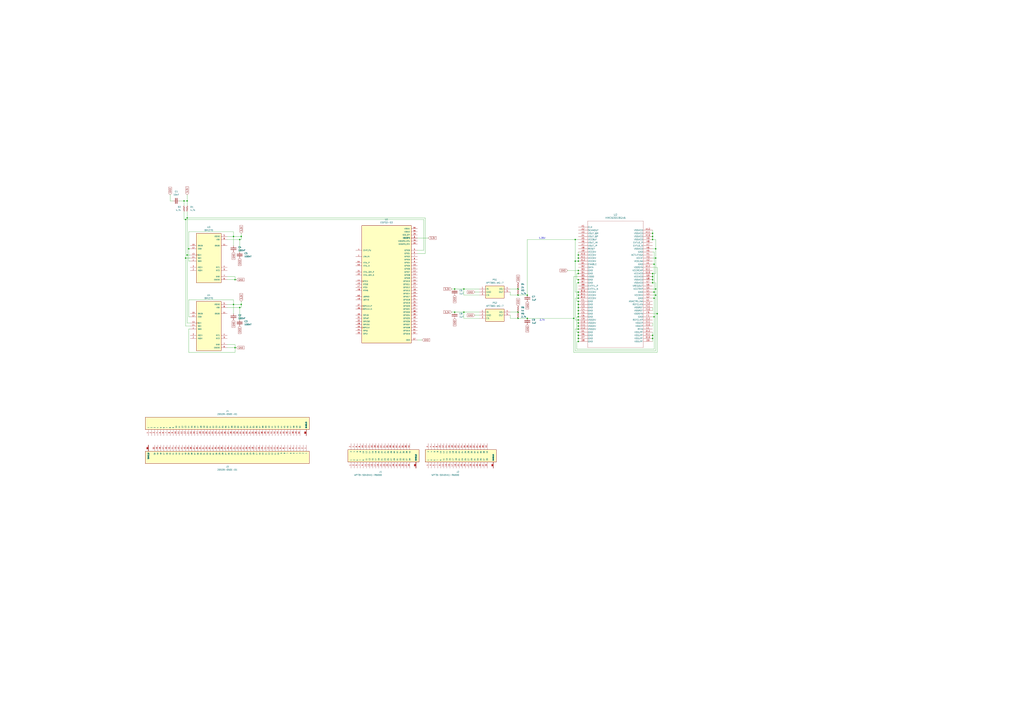
<source format=kicad_sch>
(kicad_sch (version 20250114) (generator "eeschema") (generator_version "9.0")
  (paper "A1")
  (lib_symbols
    (symbol "(CSI) 20539-050E-01:20539-050E-01" (pin_names (offset 1.016))
      (property "Reference" "J" (at -5.08 69.215 0))
      (property "Value" "20539-050E-01" (at -5.08 -68.58 0))
      (symbol "20539-050E-01_0_0"
        (rectangle (start -5.08 -66.04) (end 5.08 68.58) (stroke (width 0.254)) (fill (type background)))
        (pin passive line (at -10.16 66.04 0) (length 5.08) (name "1") (number "1"))
        (pin passive line (at -10.16 63.5 0) (length 5.08) (name "2") (number "2"))
        (pin passive line (at -10.16 60.96 0) (length 5.08) (name "3") (number "3"))
        (pin passive line (at -10.16 58.42 0) (length 5.08) (name "4") (number "4"))
        (pin passive line (at -10.16 55.88 0) (length 5.08) (name "5") (number "5"))
        (pin passive line (at -10.16 53.34 0) (length 5.08) (name "6") (number "6"))
        (pin passive line (at -10.16 50.8 0) (length 5.08) (name "7") (number "7"))
        (pin passive line (at -10.16 48.26 0) (length 5.08) (name "8") (number "8"))
        (pin passive line (at -10.16 45.72 0) (length 5.08) (name "9") (number "9"))
        (pin passive line (at -10.16 43.18 0) (length 5.08) (name "10") (number "10"))
        (pin passive line (at -10.16 40.64 0) (length 5.08) (name "11") (number "11"))
        (pin passive line (at -10.16 38.1 0) (length 5.08) (name "12") (number "12"))
        (pin passive line (at -10.16 35.56 0) (length 5.08) (name "13") (number "13"))
        (pin passive line (at -10.16 33.02 0) (length 5.08) (name "14") (number "14"))
        (pin passive line (at -10.16 30.48 0) (length 5.08) (name "15") (number "15"))
        (pin passive line (at -10.16 27.94 0) (length 5.08) (name "16") (number "16"))
        (pin passive line (at -10.16 25.4 0) (length 5.08) (name "17") (number "17"))
        (pin passive line (at -10.16 22.86 0) (length 5.08) (name "18") (number "18"))
        (pin passive line (at -10.16 20.32 0) (length 5.08) (name "19") (number "19"))
        (pin passive line (at -10.16 17.78 0) (length 5.08) (name "20") (number "20"))
        (pin passive line (at -10.16 15.24 0) (length 5.08) (name "21") (number "21"))
        (pin passive line (at -10.16 12.7 0) (length 5.08) (name "22") (number "22"))
        (pin passive line (at -10.16 10.16 0) (length 5.08) (name "23") (number "23"))
        (pin passive line (at -10.16 7.62 0) (length 5.08) (name "24") (number "24"))
        (pin passive line (at -10.16 5.08 0) (length 5.08) (name "25") (number "25"))
        (pin passive line (at -10.16 2.54 0) (length 5.08) (name "26") (number "26"))
        (pin passive line (at -10.16 0 0) (length 5.08) (name "27") (number "27"))
        (pin passive line (at -10.16 -2.54 0) (length 5.08) (name "28") (number "28"))
        (pin passive line (at -10.16 -5.08 0) (length 5.08) (name "29") (number "29"))
        (pin passive line (at -10.16 -7.62 0) (length 5.08) (name "30") (number "30"))
        (pin passive line (at -10.16 -10.16 0) (length 5.08) (name "31") (number "31"))
        (pin passive line (at -10.16 -12.7 0) (length 5.08) (name "32") (number "32"))
        (pin passive line (at -10.16 -15.24 0) (length 5.08) (name "33") (number "33"))
        (pin passive line (at -10.16 -17.78 0) (length 5.08) (name "34") (number "34"))
        (pin passive line (at -10.16 -20.32 0) (length 5.08) (name "35") (number "35"))
        (pin passive line (at -10.16 -22.86 0) (length 5.08) (name "36") (number "36"))
        (pin passive line (at -10.16 -25.4 0) (length 5.08) (name "37") (number "37"))
        (pin passive line (at -10.16 -27.94 0) (length 5.08) (name "38") (number "38"))
        (pin passive line (at -10.16 -30.48 0) (length 5.08) (name "39") (number "39"))
        (pin passive line (at -10.16 -33.02 0) (length 5.08) (name "40") (number "40"))
        (pin passive line (at -10.16 -35.56 0) (length 5.08) (name "41") (number "41"))
        (pin passive line (at -10.16 -38.1 0) (length 5.08) (name "42") (number "42"))
        (pin passive line (at -10.16 -40.64 0) (length 5.08) (name "43") (number "43"))
        (pin passive line (at -10.16 -43.18 0) (length 5.08) (name "44") (number "44"))
        (pin passive line (at -10.16 -45.72 0) (length 5.08) (name "45") (number "45"))
        (pin passive line (at -10.16 -48.26 0) (length 5.08) (name "46") (number "46"))
        (pin passive line (at -10.16 -50.8 0) (length 5.08) (name "47") (number "47"))
        (pin passive line (at -10.16 -53.34 0) (length 5.08) (name "48") (number "48"))
        (pin passive line (at -10.16 -55.88 0) (length 5.08) (name "49") (number "49"))
        (pin passive line (at -10.16 -58.42 0) (length 5.08) (name "50") (number "50"))
        (pin passive line (at -10.16 -63.5 0) (length 5.08) (name "SHIELD") (number "S1"))
        (pin passive line (at -10.16 -63.5 0) (length 5.08) (name "SHIELD") (number "S2"))
        (pin passive line (at -10.16 -63.5 0) (length 5.08) (name "SHIELD") (number "S3"))
        (pin passive line (at -10.16 -63.5 0) (length 5.08) (name "SHIELD") (number "S4"))
      )
    )
    (symbol "(DSI) WP7B-S040VA1-R6000:WP7B-S040VA1-R6000" (pin_names (offset 1.016))
      (property "Reference" "J" (at -5.08 27.94 0))
      (property "Value" "WP7B-S040VA1-R6000" (at -5.08 -33.02 0))
      (symbol "WP7B-S040VA1-R6000_0_0"
        (rectangle (start -5.08 -30.48) (end 5.08 27.94) (stroke (width 0.254)) (fill (type background)))
        (pin passive line (at -10.16 25.4 0) (length 5.08) (name "1") (number "1"))
        (pin passive line (at -10.16 22.86 0) (length 5.08) (name "3") (number "3"))
        (pin passive line (at -10.16 20.32 0) (length 5.08) (name "5") (number "5"))
        (pin passive line (at -10.16 17.78 0) (length 5.08) (name "7") (number "7"))
        (pin passive line (at -10.16 15.24 0) (length 5.08) (name "9") (number "9"))
        (pin passive line (at -10.16 12.7 0) (length 5.08) (name "11") (number "11"))
        (pin passive line (at -10.16 10.16 0) (length 5.08) (name "13") (number "13"))
        (pin passive line (at -10.16 7.62 0) (length 5.08) (name "15") (number "15"))
        (pin passive line (at -10.16 5.08 0) (length 5.08) (name "17") (number "17"))
        (pin passive line (at -10.16 2.54 0) (length 5.08) (name "19") (number "19"))
        (pin passive line (at -10.16 0 0) (length 5.08) (name "21") (number "21"))
        (pin passive line (at -10.16 -2.54 0) (length 5.08) (name "23") (number "23"))
        (pin passive line (at -10.16 -5.08 0) (length 5.08) (name "25") (number "25"))
        (pin passive line (at -10.16 -7.62 0) (length 5.08) (name "27") (number "27"))
        (pin passive line (at -10.16 -10.16 0) (length 5.08) (name "29") (number "29"))
        (pin passive line (at -10.16 -12.7 0) (length 5.08) (name "31") (number "31"))
        (pin passive line (at -10.16 -15.24 0) (length 5.08) (name "33") (number "33"))
        (pin passive line (at -10.16 -17.78 0) (length 5.08) (name "35") (number "35"))
        (pin passive line (at -10.16 -20.32 0) (length 5.08) (name "37") (number "37"))
        (pin passive line (at -10.16 -22.86 0) (length 5.08) (name "39") (number "39"))
        (pin passive line (at -10.16 -27.94 0) (length 5.08) (name "SHIELD") (number "S1"))
        (pin passive line (at -10.16 -27.94 0) (length 5.08) (name "SHIELD") (number "S2"))
        (pin passive line (at -10.16 -27.94 0) (length 5.08) (name "SHIELD") (number "S3"))
        (pin passive line (at -10.16 -27.94 0) (length 5.08) (name "SHIELD") (number "S4"))
        (pin passive line (at 10.16 25.4 180) (length 5.08) (name "2") (number "2"))
        (pin passive line (at 10.16 22.86 180) (length 5.08) (name "4") (number "4"))
        (pin passive line (at 10.16 20.32 180) (length 5.08) (name "6") (number "6"))
        (pin passive line (at 10.16 17.78 180) (length 5.08) (name "8") (number "8"))
        (pin passive line (at 10.16 15.24 180) (length 5.08) (name "10") (number "10"))
        (pin passive line (at 10.16 12.7 180) (length 5.08) (name "12") (number "12"))
        (pin passive line (at 10.16 10.16 180) (length 5.08) (name "14") (number "14"))
        (pin passive line (at 10.16 7.62 180) (length 5.08) (name "16") (number "16"))
        (pin passive line (at 10.16 5.08 180) (length 5.08) (name "18") (number "18"))
        (pin passive line (at 10.16 2.54 180) (length 5.08) (name "20") (number "20"))
        (pin passive line (at 10.16 0 180) (length 5.08) (name "22") (number "22"))
        (pin passive line (at 10.16 -2.54 180) (length 5.08) (name "24") (number "24"))
        (pin passive line (at 10.16 -5.08 180) (length 5.08) (name "26") (number "26"))
        (pin passive line (at 10.16 -7.62 180) (length 5.08) (name "28") (number "28"))
        (pin passive line (at 10.16 -10.16 180) (length 5.08) (name "30") (number "30"))
        (pin passive line (at 10.16 -12.7 180) (length 5.08) (name "32") (number "32"))
        (pin passive line (at 10.16 -15.24 180) (length 5.08) (name "34") (number "34"))
        (pin passive line (at 10.16 -17.78 180) (length 5.08) (name "36") (number "36"))
        (pin passive line (at 10.16 -20.32 180) (length 5.08) (name "38") (number "38"))
        (pin passive line (at 10.16 -22.86 180) (length 5.08) (name "40") (number "40"))
      )
    )
    (symbol "AP7365-WG-7:AP7365-WG-7"
      (property "Reference" "PS" (at 21.59 7.62 0))
      (property "Value" "AP7365-WG-7" (at 21.59 5.08 0))
      (symbol "AP7365-WG-7_1_1"
        (rectangle (start 5.08 2.54) (end 20.32 -7.62) (stroke (width 0.254)) (fill (type background)))
        (pin power_in line (at 0 0 0) (length 5.08) (name "IN") (number "1"))
        (pin power_in line (at 0 -2.54 0) (length 5.08) (name "GND") (number "2"))
        (pin input line (at 0 -5.08 0) (length 5.08) (name "EN") (number "3"))
        (pin output line (at 25.4 0 180) (length 5.08) (name "ADJ") (number "4"))
        (pin power_in line (at 25.4 -2.54 180) (length 5.08) (name "OUT") (number "5"))
      )
    )
    (symbol "BMI270:BMI270" (pin_names (offset 1.016))
      (property "Reference" "U" (at -10.16 21.082 0))
      (property "Value" "BMI270" (at -10.16 -22.86 0))
      (symbol "BMI270_0_0"
        (rectangle (start -10.16 -20.32) (end 10.16 20.32) (stroke (width 0.254)) (fill (type background)))
        (pin input line (at -15.24 10.16 0) (length 5.08) (name "OSCB") (number "10"))
        (pin input line (at -15.24 7.62 0) (length 5.08) (name "CSB") (number "12"))
        (pin input clock (at -15.24 2.54 0) (length 5.08) (name "SCX") (number "13"))
        (pin bidirectional line (at -15.24 0 0) (length 5.08) (name "SDX") (number "14"))
        (pin bidirectional line (at -15.24 -2.54 0) (length 5.08) (name "SDO") (number "1"))
        (pin bidirectional line (at -15.24 -7.62 0) (length 5.08) (name "ASCX") (number "3"))
        (pin bidirectional line (at -15.24 -10.16 0) (length 5.08) (name "ASDX") (number "2"))
        (pin power_in line (at 15.24 17.78 180) (length 5.08) (name "VDDIO") (number "5"))
        (pin power_in line (at 15.24 15.24 180) (length 5.08) (name "VDD") (number "8"))
        (pin output line (at 15.24 10.16 180) (length 5.08) (name "OSDO") (number "11"))
        (pin bidirectional line (at 15.24 -7.62 180) (length 5.08) (name "INT1") (number "4"))
        (pin bidirectional line (at 15.24 -10.16 180) (length 5.08) (name "INT2") (number "9"))
        (pin power_in line (at 15.24 -15.24 180) (length 5.08) (name "GND") (number "7"))
        (pin power_in line (at 15.24 -17.78 180) (length 5.08) (name "GNDIO") (number "6"))
      )
    )
    (symbol "ESP32-S3:ESP32-S3" (pin_names (offset 1.016))
      (property "Reference" "U" (at -20.32 49.53 0))
      (property "Value" "ESP32-S3" (at -20.32 -49.53 0))
      (symbol "ESP32-S3_0_0"
        (rectangle (start -20.32 -48.26) (end 20.32 48.26) (stroke (width 0.254)) (fill (type background)))
        (pin input line (at -25.4 27.94 0) (length 5.08) (name "CHIP_PU") (number "4"))
        (pin bidirectional line (at -25.4 22.86 0) (length 5.08) (name "LNA_IN") (number "1"))
        (pin input line (at -25.4 17.78 0) (length 5.08) (name "XTAL_P") (number "54"))
        (pin output line (at -25.4 15.24 0) (length 5.08) (name "XTAL_N") (number "53"))
        (pin bidirectional line (at -25.4 10.16 0) (length 5.08) (name "XTAL_32K_P") (number "21"))
        (pin bidirectional line (at -25.4 7.62 0) (length 5.08) (name "XTAL_32K_N") (number "22"))
        (pin bidirectional clock (at -25.4 2.54 0) (length 5.08) (name "MTCK") (number "44"))
        (pin bidirectional line (at -25.4 0 0) (length 5.08) (name "MTDO") (number "45"))
        (pin bidirectional line (at -25.4 -2.54 0) (length 5.08) (name "MTDI") (number "47"))
        (pin bidirectional line (at -25.4 -5.08 0) (length 5.08) (name "MTMS") (number "48"))
        (pin bidirectional line (at -25.4 -10.16 0) (length 5.08) (name "U0RXD") (number "50"))
        (pin bidirectional line (at -25.4 -12.7 0) (length 5.08) (name "U0TXD") (number "49"))
        (pin bidirectional clock (at -25.4 -17.78 0) (length 5.08) (name "SPICLK_P") (number "37"))
        (pin bidirectional clock (at -25.4 -20.32 0) (length 5.08) (name "SPICLK_N") (number "36"))
        (pin bidirectional line (at -25.4 -25.4 0) (length 5.08) (name "SPIHD") (number "30"))
        (pin bidirectional line (at -25.4 -27.94 0) (length 5.08) (name "SPIWP") (number "31"))
        (pin bidirectional line (at -25.4 -30.48 0) (length 5.08) (name "SPICS0") (number "32"))
        (pin bidirectional line (at -25.4 -33.02 0) (length 5.08) (name "SPICS1") (number "28"))
        (pin bidirectional clock (at -25.4 -35.56 0) (length 5.08) (name "SPICLK") (number "33"))
        (pin bidirectional line (at -25.4 -38.1 0) (length 5.08) (name "SPIQ") (number "34"))
        (pin bidirectional line (at -25.4 -40.64 0) (length 5.08) (name "SPID") (number "35"))
        (pin power_in line (at 25.4 45.72 180) (length 5.08) (name "VDDA1") (number "55"))
        (pin power_in line (at 25.4 43.18 180) (length 5.08) (name "VDDA2") (number "56"))
        (pin power_in line (at 25.4 40.64 180) (length 5.08) (name "VDD_SPI") (number "29"))
        (pin power_in line (at 25.4 38.1 180) (length 5.08) (name "VDD3P3") (number "2"))
        (pin power_in line (at 25.4 38.1 180) (length 5.08) (name "VDD3P3") (number "3"))
        (pin power_in line (at 25.4 35.56 180) (length 5.08) (name "VDD3P3_CPU") (number "46"))
        (pin power_in line (at 25.4 33.02 180) (length 5.08) (name "VDD3P3_RTC") (number "20"))
        (pin bidirectional line (at 25.4 27.94 180) (length 5.08) (name "GPIO0") (number "5"))
        (pin bidirectional line (at 25.4 25.4 180) (length 5.08) (name "GPIO1") (number "6"))
        (pin bidirectional line (at 25.4 22.86 180) (length 5.08) (name "GPIO2") (number "7"))
        (pin bidirectional line (at 25.4 20.32 180) (length 5.08) (name "GPIO3") (number "8"))
        (pin bidirectional line (at 25.4 17.78 180) (length 5.08) (name "GPIO4") (number "9"))
        (pin bidirectional line (at 25.4 15.24 180) (length 5.08) (name "GPIO5") (number "10"))
        (pin bidirectional line (at 25.4 12.7 180) (length 5.08) (name "GPIO6") (number "11"))
        (pin bidirectional line (at 25.4 10.16 180) (length 5.08) (name "GPIO7") (number "12"))
        (pin bidirectional line (at 25.4 7.62 180) (length 5.08) (name "GPIO8") (number "13"))
        (pin bidirectional line (at 25.4 5.08 180) (length 5.08) (name "GPIO9") (number "14"))
        (pin bidirectional line (at 25.4 2.54 180) (length 5.08) (name "GPIO10") (number "15"))
        (pin bidirectional line (at 25.4 0 180) (length 5.08) (name "GPIO11") (number "16"))
        (pin bidirectional line (at 25.4 -2.54 180) (length 5.08) (name "GPIO12") (number "17"))
        (pin bidirectional line (at 25.4 -5.08 180) (length 5.08) (name "GPIO13") (number "18"))
        (pin bidirectional line (at 25.4 -7.62 180) (length 5.08) (name "GPIO14") (number "19"))
        (pin bidirectional line (at 25.4 -10.16 180) (length 5.08) (name "GPIO17") (number "23"))
        (pin bidirectional line (at 25.4 -12.7 180) (length 5.08) (name "GPIO18") (number "24"))
        (pin bidirectional line (at 25.4 -15.24 180) (length 5.08) (name "GPIO19") (number "25"))
        (pin bidirectional line (at 25.4 -17.78 180) (length 5.08) (name "GPIO20") (number "26"))
        (pin bidirectional line (at 25.4 -20.32 180) (length 5.08) (name "GPIO21") (number "27"))
        (pin bidirectional line (at 25.4 -22.86 180) (length 5.08) (name "GPIO33") (number "38"))
        (pin bidirectional line (at 25.4 -25.4 180) (length 5.08) (name "GPIO34") (number "39"))
        (pin bidirectional line (at 25.4 -27.94 180) (length 5.08) (name "GPIO35") (number "40"))
        (pin bidirectional line (at 25.4 -30.48 180) (length 5.08) (name "GPIO36") (number "41"))
        (pin bidirectional line (at 25.4 -33.02 180) (length 5.08) (name "GPIO37") (number "42"))
        (pin bidirectional line (at 25.4 -35.56 180) (length 5.08) (name "GPIO38") (number "43"))
        (pin bidirectional line (at 25.4 -38.1 180) (length 5.08) (name "GPIO45") (number "51"))
        (pin bidirectional line (at 25.4 -40.64 180) (length 5.08) (name "GPIO46") (number "52"))
        (pin power_in line (at 25.4 -45.72 180) (length 5.08) (name "GND") (number "57"))
      )
    )
    (symbol "HMC6301BG46:HMC6301BG46" (pin_names (offset 0.254))
      (property "Reference" "U" (at 30.48 10.16 0))
      (property "Value" "HMC6301BG46" (at 30.48 7.62 0))
      (symbol "HMC6301BG46_0_1"
        (polyline (pts (xy 7.62 5.08) (xy 7.62 -99.06)) (stroke (width 0.127)))
        (polyline (pts (xy 7.62 -99.06) (xy 53.34 -99.06)) (stroke (width 0.127)))
        (polyline (pts (xy 53.34 5.08) (xy 7.62 5.08)) (stroke (width 0.127)))
        (polyline (pts (xy 53.34 -99.06) (xy 53.34 5.08)) (stroke (width 0.127)))
        (pin unspecified line (at 0 0 0) (length 7.62) (name "CLK") (number "A1"))
        (pin unspecified line (at 0 -2.54 0) (length 7.62) (name "SCANOUT") (number "A2"))
        (pin unspecified line (at 0 -5.08 0) (length 7.62) (name "VOUT_QM") (number "A3"))
        (pin unspecified line (at 0 -7.62 0) (length 7.62) (name "VOUT_QP") (number "A4"))
        (pin unspecified line (at 0 -10.16 0) (length 7.62) (name "VCCBUF") (number "A5"))
        (pin unspecified line (at 0 -12.7 0) (length 7.62) (name "VOUT_IM") (number "A6"))
        (pin unspecified line (at 0 -15.24 0) (length 7.62) (name "VOUT_IP") (number "A7"))
        (pin unspecified line (at 0 -17.78 0) (length 7.62) (name "RESET") (number "A8"))
        (pin unspecified line (at 0 -20.32 0) (length 7.62) (name "VCCDIV") (number "A9"))
        (pin unspecified line (at 0 -22.86 0) (length 7.62) (name "VCCDIV") (number "A10"))
        (pin unspecified line (at 0 -25.4 0) (length 7.62) (name "VCCDIV") (number "A11"))
        (pin unspecified line (at 0 -27.94 0) (length 7.62) (name "VCCDIV") (number "A12"))
        (pin unspecified line (at 0 -30.48 0) (length 7.62) (name "ENABLE") (number "B1"))
        (pin unspecified line (at 0 -33.02 0) (length 7.62) (name "DATA") (number "B2"))
        (pin unspecified line (at 0 -35.56 0) (length 7.62) (name "GND") (number "B3"))
        (pin unspecified line (at 0 -38.1 0) (length 7.62) (name "GND") (number "B4"))
        (pin unspecified line (at 0 -40.64 0) (length 7.62) (name "VDDD") (number "B5"))
        (pin unspecified line (at 0 -43.18 0) (length 7.62) (name "GND") (number "B6"))
        (pin unspecified line (at 0 -45.72 0) (length 7.62) (name "GND") (number "B7"))
        (pin unspecified line (at 0 -48.26 0) (length 7.62) (name "EXTFIL_P") (number "B8"))
        (pin unspecified line (at 0 -50.8 0) (length 7.62) (name "EXTFIL_N") (number "B9"))
        (pin unspecified line (at 0 -53.34 0) (length 7.62) (name "VCCDIV") (number "B10"))
        (pin unspecified line (at 0 -55.88 0) (length 7.62) (name "VCCDIV") (number "B11"))
        (pin unspecified line (at 0 -58.42 0) (length 7.62) (name "VCCDIV") (number "B12"))
        (pin unspecified line (at 0 -60.96 0) (length 7.62) (name "GND") (number "C1"))
        (pin unspecified line (at 0 -63.5 0) (length 7.62) (name "GND") (number "C2"))
        (pin unspecified line (at 0 -66.04 0) (length 7.62) (name "GND") (number "C3"))
        (pin unspecified line (at 0 -68.58 0) (length 7.62) (name "GND") (number "C4"))
        (pin unspecified line (at 0 -71.12 0) (length 7.62) (name "GND") (number "C5"))
        (pin unspecified line (at 0 -73.66 0) (length 7.62) (name "GND") (number "C6"))
        (pin unspecified line (at 0 -76.2 0) (length 7.62) (name "VSSDIV") (number "C9"))
        (pin unspecified line (at 0 -78.74 0) (length 7.62) (name "VSSDIV") (number "C10"))
        (pin unspecified line (at 0 -81.28 0) (length 7.62) (name "VSSDIV") (number "C11"))
        (pin unspecified line (at 0 -83.82 0) (length 7.62) (name "VSSDIV") (number "C12"))
        (pin unspecified line (at 0 -86.36 0) (length 7.62) (name "GND") (number "D1"))
        (pin unspecified line (at 0 -88.9 0) (length 7.62) (name "GND") (number "D6"))
        (pin unspecified line (at 0 -91.44 0) (length 7.62) (name "GND") (number "D7"))
        (pin unspecified line (at 0 -93.98 0) (length 7.62) (name "GND") (number "D8"))
        (pin unspecified line (at 60.96 -2.54 180) (length 7.62) (name "VSSVCO") (number "H12"))
        (pin unspecified line (at 60.96 -5.08 180) (length 7.62) (name "VSSVCO") (number "H11"))
        (pin unspecified line (at 60.96 -7.62 180) (length 7.62) (name "VSSVCO") (number "H10"))
        (pin unspecified line (at 60.96 -10.16 180) (length 7.62) (name "VSSVCO") (number "H9"))
        (pin unspecified line (at 60.96 -12.7 180) (length 7.62) (name "EXTLO_P") (number "H8"))
        (pin unspecified line (at 60.96 -15.24 180) (length 7.62) (name "EXTLO_N") (number "H7"))
        (pin unspecified line (at 60.96 -17.78 180) (length 7.62) (name "VSSVCO") (number "H6"))
        (pin unspecified line (at 60.96 -20.32 180) (length 7.62) (name "GND") (number "H5"))
        (pin unspecified line (at 60.96 -22.86 180) (length 7.62) (name "ACTLIFVGA") (number "H4"))
        (pin unspecified line (at 60.96 -25.4 180) (length 7.62) (name "VCCIF") (number "H3"))
        (pin unspecified line (at 60.96 -27.94 180) (length 7.62) (name "VCOLNA") (number "H2"))
        (pin unspecified line (at 60.96 -30.48 180) (length 7.62) (name "GND") (number "H1"))
        (pin unspecified line (at 60.96 -33.02 180) (length 7.62) (name "VDDSYN") (number "G12"))
        (pin unspecified line (at 60.96 -35.56 180) (length 7.62) (name "VCCRCAP") (number "G11"))
        (pin unspecified line (at 60.96 -38.1 180) (length 7.62) (name "VCCVCO") (number "G10"))
        (pin unspecified line (at 60.96 -40.64 180) (length 7.62) (name "VCCVCO") (number "G9"))
        (pin unspecified line (at 60.96 -43.18 180) (length 7.62) (name "VSSVCO") (number "G8"))
        (pin unspecified line (at 60.96 -45.72 180) (length 7.62) (name "VSSVCO") (number "G7"))
        (pin unspecified line (at 60.96 -48.26 180) (length 7.62) (name "VREGOUT") (number "G6"))
        (pin unspecified line (at 60.96 -50.8 180) (length 7.62) (name "VCCTRIP") (number "G5"))
        (pin unspecified line (at 60.96 -53.34 180) (length 7.62) (name "GND") (number "G4"))
        (pin unspecified line (at 60.96 -55.88 180) (length 7.62) (name "VCCMIX") (number "G3"))
        (pin unspecified line (at 60.96 -58.42 180) (length 7.62) (name "GND") (number "G2"))
        (pin unspecified line (at 60.96 -60.96 180) (length 7.62) (name "ANACTRLLNA") (number "G1"))
        (pin unspecified line (at 60.96 -63.5 180) (length 7.62) (name "REFCLKN") (number "F12"))
        (pin unspecified line (at 60.96 -66.04 180) (length 7.62) (name "VSSREF") (number "F11"))
        (pin unspecified line (at 60.96 -68.58 180) (length 7.62) (name "VSSREF") (number "F10"))
        (pin unspecified line (at 60.96 -71.12 180) (length 7.62) (name "VDDSYN") (number "F9"))
        (pin unspecified line (at 60.96 -73.66 180) (length 7.62) (name "GND") (number "F1"))
        (pin unspecified line (at 60.96 -76.2 180) (length 7.62) (name "REFCLKP") (number "E12"))
        (pin unspecified line (at 60.96 -78.74 180) (length 7.62) (name "VSSCP") (number "E11"))
        (pin unspecified line (at 60.96 -81.28 180) (length 7.62) (name "VSSCP") (number "E10"))
        (pin unspecified line (at 60.96 -83.82 180) (length 7.62) (name "RFIN") (number "E1"))
        (pin unspecified line (at 60.96 -86.36 180) (length 7.62) (name "VSSLPF") (number "D12"))
        (pin unspecified line (at 60.96 -88.9 180) (length 7.62) (name "VSSLPF") (number "D11"))
        (pin unspecified line (at 60.96 -91.44 180) (length 7.62) (name "VSSLPF") (number "D10"))
        (pin unspecified line (at 60.96 -93.98 180) (length 7.62) (name "VSSLPF") (number "D9"))
      )
    )
    (symbol "PCM_Generic-50:R,IEEE" (pin_numbers (hide yes)) (pin_names (offset 0) (hide yes))
      (property "Reference" "R" (at 1.27 1.27 0))
      (property "Value" "R,IEEE" (at 1.27 -1.27 0))
      (symbol "R,IEEE_1_1"
        (polyline (pts (xy 0 1.9812) (xy 0.5588 1.651) (xy -0.5588 0.9906) (xy 0.5588 0.3302) (xy -0.5588 -0.3302) (xy 0.5588 -0.9906) (xy -0.5588 -1.651) (xy 0 -1.9812)) (stroke (width 0.254)))
        (pin passive line (at 0 2.54 270) (length 0.5588) (name "+") (number "1"))
        (pin passive line (at 0 -2.54 90) (length 0.5588) (name "-") (number "2"))
      )
    )
    (symbol "PCM_SL_Devices:Capacitor_NP"
      (property "Reference" "C" (at 0 6.35 0))
      (property "Value" "Capacitor_NP" (at 0 3.81 0))
      (symbol "Capacitor_NP_0_1"
        (rectangle (start -0.762 2.286) (end -0.508 -2.286) (fill (type outline)))
        (rectangle (start 0.508 2.286) (end 0.762 -2.286) (fill (type outline)))
      )
      (symbol "Capacitor_NP_1_1"
        (pin passive line (at -2.54 0 0) (length 2) (name "~") (number "1"))
        (pin input line (at 2.54 0 180) (length 2) (name "~") (number "2"))
      )
    )
  )
  (text "1.35V" (at 445.262 195.834 0) (effects (font (size 1.27 1.27))))
  (text "2.7V" (at 445.262 263.144 0) (effects (font (size 1.27 1.27))))
  (junction (at 425.45 261.62))
  (junction (at 474.98 278.13))
  (junction (at 472.44 214.63))
  (junction (at 474.98 257.81))
  (junction (at 474.98 267.97))
  (junction (at 198.12 194.31))
  (junction (at 538.48 237.49))
  (junction (at 472.44 196.85))
  (junction (at 474.98 214.63))
  (junction (at 537.21 217.17))
  (junction (at 474.98 273.05))
  (junction (at 474.98 212.09))
  (junction (at 474.98 242.57))
  (junction (at 474.98 260.35))
  (junction (at 193.04 229.87))
  (junction (at 535.94 232.41))
  (junction (at 535.94 191.77))
  (junction (at 474.98 262.89))
  (junction (at 474.98 245.11))
  (junction (at 474.98 280.67))
  (junction (at 535.94 227.33))
  (junction (at 474.98 265.43))
  (junction (at 474.98 250.19))
  (junction (at 474.98 247.65))
  (junction (at 191.77 194.31))
  (junction (at 537.21 245.11))
  (junction (at 474.98 270.51))
  (junction (at 535.94 229.87))
  (junction (at 198.12 250.19))
  (junction (at 537.21 260.35))
  (junction (at 539.75 257.81))
  (junction (at 474.98 252.73))
  (junction (at 535.94 196.85))
  (junction (at 196.85 252.73))
  (junction (at 538.48 212.09))
  (junction (at 474.98 240.03))
  (junction (at 433.07 261.62))
  (junction (at 535.94 194.31))
  (junction (at 474.98 222.25))
  (junction (at 152.4 180.34))
  (junction (at 196.85 196.85))
  (junction (at 535.94 278.13))
  (junction (at 425.45 237.49))
  (junction (at 425.45 256.54))
  (junction (at 471.17 261.62))
  (junction (at 153.67 179.07))
  (junction (at 474.98 255.27))
  (junction (at 153.67 209.55))
  (junction (at 191.77 250.19))
  (junction (at 433.07 242.57))
  (junction (at 538.48 242.57))
  (junction (at 474.98 224.79))
  (junction (at 537.21 240.03))
  (junction (at 535.94 275.59))
  (junction (at 154.94 204.47))
  (junction (at 373.38 237.49))
  (junction (at 373.38 256.54))
  (junction (at 381 256.54))
  (junction (at 474.98 232.41))
  (junction (at 474.98 275.59))
  (junction (at 474.98 229.87))
  (junction (at 153.67 165.1))
  (junction (at 151.13 165.1))
  (junction (at 538.48 204.47))
  (junction (at 474.98 209.55))
  (junction (at 152.4 212.09))
  (junction (at 381 237.49))
  (junction (at 535.94 224.79))
  (junction (at 193.04 285.75))
  (junction (at 425.45 242.57))
  (wire (pts (xy 473.71 273.05) (xy 474.98 273.05)))
  (wire (pts (xy 154.94 260.35) (xy 154.94 246.38)))
  (wire (pts (xy 156.21 214.63) (xy 154.94 214.63)))
  (wire (pts (xy 373.38 256.54) (xy 381 256.54)))
  (wire (pts (xy 538.48 224.79) (xy 538.48 212.09)))
  (wire (pts (xy 535.94 224.79) (xy 538.48 224.79)))
  (wire (pts (xy 151.13 165.1) (xy 153.67 165.1)))
  (wire (pts (xy 381 261.62) (xy 381 256.54)))
  (wire (pts (xy 419.1 259.08) (xy 419.1 261.62)))
  (wire (pts (xy 535.94 191.77) (xy 535.94 194.31)))
  (wire (pts (xy 538.48 288.29) (xy 538.48 242.57)))
  (wire (pts (xy 186.69 194.31) (xy 191.77 194.31)))
  (wire (pts (xy 474.98 255.27) (xy 474.98 257.81)))
  (wire (pts (xy 196.85 196.85) (xy 196.85 207.01)))
  (wire (pts (xy 535.94 212.09) (xy 538.48 212.09)))
  (wire (pts (xy 474.98 212.09) (xy 474.98 214.63)))
  (wire (pts (xy 151.13 165.1) (xy 147.32 165.1)))
  (wire (pts (xy 154.94 190.5) (xy 191.77 190.5)))
  (wire (pts (xy 152.4 180.34) (xy 151.13 180.34)))
  (wire (pts (xy 472.44 196.85) (xy 472.44 214.63)))
  (wire (pts (xy 474.98 267.97) (xy 474.98 270.51)))
  (wire (pts (xy 538.48 232.41) (xy 535.94 232.41)))
  (wire (pts (xy 472.44 245.11) (xy 472.44 262.89)))
  (wire (pts (xy 154.94 214.63) (xy 154.94 204.47)))
  (wire (pts (xy 389.89 240.03) (xy 393.7 240.03)))
  (wire (pts (xy 419.1 237.49) (xy 425.45 237.49)))
  (wire (pts (xy 537.21 217.17) (xy 537.21 207.01)))
  (wire (pts (xy 370.84 256.54) (xy 373.38 256.54)))
  (wire (pts (xy 196.85 196.85) (xy 198.12 196.85)))
  (wire (pts (xy 154.94 246.38) (xy 191.77 246.38)))
  (wire (pts (xy 370.84 237.49) (xy 373.38 237.49)))
  (wire (pts (xy 151.13 180.34) (xy 151.13 173.99)))
  (wire (pts (xy 473.71 229.87) (xy 473.71 224.79)))
  (wire (pts (xy 193.04 289.56) (xy 193.04 285.75)))
  (wire (pts (xy 539.75 257.81) (xy 535.94 257.81)))
  (wire (pts (xy 537.21 240.03) (xy 537.21 217.17)))
  (wire (pts (xy 535.94 278.13) (xy 535.94 280.67)))
  (wire (pts (xy 419.1 261.62) (xy 425.45 261.62)))
  (wire (pts (xy 474.98 242.57) (xy 474.98 245.11)))
  (wire (pts (xy 151.13 168.91) (xy 151.13 165.1)))
  (wire (pts (xy 191.77 250.19) (xy 198.12 250.19)))
  (wire (pts (xy 139.7 165.1) (xy 139.7 160.02)))
  (wire (pts (xy 152.4 180.34) (xy 347.98 180.34)))
  (wire (pts (xy 474.98 280.67) (xy 473.71 280.67)))
  (wire (pts (xy 538.48 212.09) (xy 538.48 204.47)))
  (wire (pts (xy 474.98 245.11) (xy 472.44 245.11)))
  (wire (pts (xy 537.21 207.01) (xy 535.94 207.01)))
  (wire (pts (xy 193.04 285.75) (xy 194.31 285.75)))
  (wire (pts (xy 381 242.57) (xy 381 237.49)))
  (wire (pts (xy 347.98 180.34) (xy 347.98 205.74)))
  (wire (pts (xy 472.44 288.29) (xy 538.48 288.29)))
  (wire (pts (xy 537.21 217.17) (xy 535.94 217.17)))
  (wire (pts (xy 473.71 247.65) (xy 473.71 232.41)))
  (wire (pts (xy 198.12 247.65) (xy 198.12 250.19)))
  (wire (pts (xy 538.48 196.85) (xy 535.94 196.85)))
  (wire (pts (xy 474.98 252.73) (xy 474.98 255.27)))
  (wire (pts (xy 156.21 212.09) (xy 152.4 212.09)))
  (wire (pts (xy 419.1 240.03) (xy 419.1 242.57)))
  (wire (pts (xy 473.71 232.41) (xy 474.98 232.41)))
  (wire (pts (xy 538.48 237.49) (xy 535.94 237.49)))
  (wire (pts (xy 425.45 242.57) (xy 433.07 242.57)))
  (wire (pts (xy 473.71 260.35) (xy 473.71 273.05)))
  (wire (pts (xy 471.17 227.33) (xy 471.17 261.62)))
  (wire (pts (xy 186.69 229.87) (xy 193.04 229.87)))
  (wire (pts (xy 474.98 250.19) (xy 474.98 252.73)))
  (wire (pts (xy 537.21 240.03) (xy 535.94 240.03)))
  (wire (pts (xy 193.04 229.87) (xy 194.31 229.87)))
  (wire (pts (xy 156.21 204.47) (xy 154.94 204.47)))
  (wire (pts (xy 425.45 261.62) (xy 433.07 261.62)))
  (wire (pts (xy 474.98 240.03) (xy 474.98 242.57)))
  (wire (pts (xy 472.44 240.03) (xy 474.98 240.03)))
  (wire (pts (xy 474.98 265.43) (xy 474.98 267.97)))
  (wire (pts (xy 535.94 229.87) (xy 535.94 232.41)))
  (wire (pts (xy 474.98 257.81) (xy 474.98 260.35)))
  (wire (pts (xy 156.21 209.55) (xy 153.67 209.55)))
  (wire (pts (xy 342.9 195.58) (xy 351.79 195.58)))
  (wire (pts (xy 466.09 222.25) (xy 474.98 222.25)))
  (wire (pts (xy 191.77 246.38) (xy 191.77 250.19)))
  (wire (pts (xy 381 237.49) (xy 393.7 237.49)))
  (wire (pts (xy 538.48 204.47) (xy 538.48 196.85)))
  (wire (pts (xy 142.24 165.1) (xy 139.7 165.1)))
  (wire (pts (xy 535.94 265.43) (xy 535.94 267.97)))
  (wire (pts (xy 474.98 209.55) (xy 474.98 212.09)))
  (wire (pts (xy 419.1 256.54) (xy 425.45 256.54)))
  (wire (pts (xy 538.48 242.57) (xy 535.94 242.57)))
  (wire (pts (xy 186.69 227.33) (xy 193.04 227.33)))
  (wire (pts (xy 153.67 165.1) (xy 153.67 168.91)))
  (wire (pts (xy 153.67 160.02) (xy 153.67 165.1)))
  (wire (pts (xy 537.21 260.35) (xy 537.21 245.11)))
  (wire (pts (xy 342.9 208.28) (xy 349.25 208.28)))
  (wire (pts (xy 389.89 259.08) (xy 393.7 259.08)))
  (wire (pts (xy 433.07 196.85) (xy 472.44 196.85)))
  (wire (pts (xy 156.21 260.35) (xy 154.94 260.35)))
  (wire (pts (xy 474.98 275.59) (xy 474.98 278.13)))
  (wire (pts (xy 537.21 260.35) (xy 535.94 260.35)))
  (wire (pts (xy 474.98 196.85) (xy 472.44 196.85)))
  (wire (pts (xy 193.04 283.21) (xy 193.04 285.75)))
  (wire (pts (xy 186.69 196.85) (xy 196.85 196.85)))
  (wire (pts (xy 472.44 270.51) (xy 472.44 288.29)))
  (wire (pts (xy 156.21 267.97) (xy 152.4 267.97)))
  (wire (pts (xy 474.98 247.65) (xy 473.71 247.65)))
  (wire (pts (xy 474.98 262.89) (xy 474.98 265.43)))
  (wire (pts (xy 193.04 227.33) (xy 193.04 229.87)))
  (wire (pts (xy 474.98 229.87) (xy 473.71 229.87)))
  (wire (pts (xy 191.77 194.31) (xy 198.12 194.31)))
  (wire (pts (xy 471.17 289.56) (xy 539.75 289.56)))
  (wire (pts (xy 156.21 270.51) (xy 154.94 270.51)))
  (wire (pts (xy 535.94 189.23) (xy 535.94 191.77)))
  (wire (pts (xy 474.98 273.05) (xy 474.98 275.59)))
  (wire (pts (xy 537.21 245.11) (xy 537.21 240.03)))
  (wire (pts (xy 474.98 222.25) (xy 474.98 224.79)))
  (wire (pts (xy 152.4 212.09) (xy 152.4 180.34)))
  (wire (pts (xy 198.12 191.77) (xy 198.12 194.31)))
  (wire (pts (xy 535.94 194.31) (xy 535.94 196.85)))
  (wire (pts (xy 346.71 279.4) (xy 342.9 279.4)))
  (wire (pts (xy 153.67 173.99) (xy 153.67 179.07)))
  (wire (pts (xy 196.85 252.73) (xy 196.85 262.89)))
  (wire (pts (xy 472.44 262.89) (xy 474.98 262.89)))
  (wire (pts (xy 154.94 204.47) (xy 154.94 190.5)))
  (wire (pts (xy 472.44 214.63) (xy 472.44 240.03)))
  (wire (pts (xy 474.98 229.87) (xy 474.98 232.41)))
  (wire (pts (xy 433.07 261.62) (xy 471.17 261.62)))
  (wire (pts (xy 537.21 245.11) (xy 535.94 245.11)))
  (wire (pts (xy 473.71 287.02) (xy 537.21 287.02)))
  (wire (pts (xy 474.98 227.33) (xy 471.17 227.33)))
  (wire (pts (xy 538.48 237.49) (xy 538.48 232.41)))
  (wire (pts (xy 156.21 265.43) (xy 153.67 265.43)))
  (wire (pts (xy 535.94 219.71) (xy 539.75 219.71)))
  (wire (pts (xy 539.75 289.56) (xy 539.75 257.81)))
  (wire (pts (xy 537.21 287.02) (xy 537.21 260.35)))
  (wire (pts (xy 539.75 219.71) (xy 539.75 257.81)))
  (wire (pts (xy 419.1 242.57) (xy 425.45 242.57)))
  (wire (pts (xy 473.71 280.67) (xy 473.71 287.02)))
  (wire (pts (xy 186.69 250.19) (xy 191.77 250.19)))
  (wire (pts (xy 152.4 267.97) (xy 152.4 212.09)))
  (wire (pts (xy 535.94 227.33) (xy 535.94 229.87)))
  (wire (pts (xy 186.69 285.75) (xy 193.04 285.75)))
  (wire (pts (xy 535.94 252.73) (xy 535.94 255.27)))
  (wire (pts (xy 186.69 252.73) (xy 196.85 252.73)))
  (wire (pts (xy 535.94 275.59) (xy 535.94 278.13)))
  (wire (pts (xy 393.7 242.57) (xy 381 242.57)))
  (wire (pts (xy 474.98 247.65) (xy 474.98 250.19)))
  (wire (pts (xy 196.85 252.73) (xy 198.12 252.73)))
  (wire (pts (xy 154.94 289.56) (xy 193.04 289.56)))
  (wire (pts (xy 373.38 237.49) (xy 381 237.49)))
  (wire (pts (xy 535.94 204.47) (xy 538.48 204.47)))
  (wire (pts (xy 474.98 214.63) (xy 472.44 214.63)))
  (wire (pts (xy 474.98 270.51) (xy 472.44 270.51)))
  (wire (pts (xy 198.12 196.85) (xy 198.12 194.31)))
  (wire (pts (xy 153.67 209.55) (xy 153.67 179.07)))
  (wire (pts (xy 538.48 242.57) (xy 538.48 237.49)))
  (wire (pts (xy 153.67 265.43) (xy 153.67 209.55)))
  (wire (pts (xy 433.07 196.85) (xy 433.07 242.57)))
  (wire (pts (xy 186.69 283.21) (xy 193.04 283.21)))
  (wire (pts (xy 154.94 270.51) (xy 154.94 289.56)))
  (wire (pts (xy 471.17 261.62) (xy 471.17 289.56)))
  (wire (pts (xy 473.71 224.79) (xy 474.98 224.79)))
  (wire (pts (xy 191.77 250.19) (xy 191.77 257.81)))
  (wire (pts (xy 535.94 224.79) (xy 535.94 227.33)))
  (wire (pts (xy 474.98 207.01) (xy 474.98 209.55)))
  (wire (pts (xy 347.98 205.74) (xy 342.9 205.74)))
  (wire (pts (xy 349.25 179.07) (xy 349.25 208.28)))
  (wire (pts (xy 535.94 273.05) (xy 535.94 275.59)))
  (wire (pts (xy 198.12 252.73) (xy 198.12 250.19)))
  (wire (pts (xy 191.77 194.31) (xy 191.77 201.93)))
  (wire (pts (xy 153.67 179.07) (xy 349.25 179.07)))
  (wire (pts (xy 393.7 261.62) (xy 381 261.62)))
  (wire (pts (xy 474.98 278.13) (xy 474.98 280.67)))
  (wire (pts (xy 474.98 260.35) (xy 473.71 260.35)))
  (wire (pts (xy 381 256.54) (xy 393.7 256.54)))
  (wire (pts (xy 191.77 190.5) (xy 191.77 194.31)))
  (global_label "GND" (shape input) (at 373.38 242.57 270) (property "Intersheetrefs" "${INTERSHEET_REFS}" (effects (hide yes))))
  (global_label "3.3V" (shape input) (at 370.84 256.54 180) (property "Intersheetrefs" "${INTERSHEET_REFS}" (effects (hide yes))))
  (global_label "GND" (shape input) (at 191.77 207.01 270) (property "Intersheetrefs" "${INTERSHEET_REFS}" (effects (hide yes))))
  (global_label "GND" (shape input) (at 194.31 285.75 0) (property "Intersheetrefs" "${INTERSHEET_REFS}" (effects (hide yes))))
  (global_label "GND" (shape input) (at 194.31 229.87 0) (property "Intersheetrefs" "${INTERSHEET_REFS}" (effects (hide yes))))
  (global_label "GND" (shape input) (at 196.85 267.97 270) (property "Intersheetrefs" "${INTERSHEET_REFS}" (effects (hide yes))))
  (global_label "3.3V" (shape input) (at 153.67 160.02 90) (property "Intersheetrefs" "${INTERSHEET_REFS}" (effects (hide yes))))
  (global_label "GND" (shape input) (at 346.71 279.4 0) (property "Intersheetrefs" "${INTERSHEET_REFS}" (effects (hide yes))))
  (global_label "3.3V" (shape input) (at 198.12 247.65 90) (property "Intersheetrefs" "${INTERSHEET_REFS}" (effects (hide yes))))
  (global_label "GND" (shape input) (at 466.09 222.25 180) (property "Intersheetrefs" "${INTERSHEET_REFS}" (effects (hide yes))))
  (global_label "GND" (shape input) (at 433.07 247.65 270) (property "Intersheetrefs" "${INTERSHEET_REFS}" (effects (hide yes))))
  (global_label "3.3V" (shape input) (at 351.79 195.58 0) (property "Intersheetrefs" "${INTERSHEET_REFS}" (effects (hide yes))))
  (global_label "GND" (shape input) (at 389.89 240.03 180) (property "Intersheetrefs" "${INTERSHEET_REFS}" (effects (hide yes))))
  (global_label "GND" (shape input) (at 425.45 232.41 90) (property "Intersheetrefs" "${INTERSHEET_REFS}" (effects (hide yes))))
  (global_label "GND" (shape input) (at 373.38 261.62 270) (property "Intersheetrefs" "${INTERSHEET_REFS}" (effects (hide yes))))
  (global_label "GND" (shape input) (at 191.77 262.89 270) (property "Intersheetrefs" "${INTERSHEET_REFS}" (effects (hide yes))))
  (global_label "3.3V" (shape input) (at 370.84 237.49 180) (property "Intersheetrefs" "${INTERSHEET_REFS}" (effects (hide yes))))
  (global_label "3.3V" (shape input) (at 198.12 191.77 90) (property "Intersheetrefs" "${INTERSHEET_REFS}" (effects (hide yes))))
  (global_label "GND" (shape input) (at 425.45 251.46 90) (property "Intersheetrefs" "${INTERSHEET_REFS}" (effects (hide yes))))
  (global_label "GND" (shape input) (at 389.89 259.08 180) (property "Intersheetrefs" "${INTERSHEET_REFS}" (effects (hide yes))))
  (global_label "GND" (shape input) (at 433.07 266.7 270) (property "Intersheetrefs" "${INTERSHEET_REFS}" (effects (hide yes))))
  (global_label "GND" (shape input) (at 139.7 160.02 90) (property "Intersheetrefs" "${INTERSHEET_REFS}" (effects (hide yes))))
  (global_label "GND" (shape input) (at 196.85 212.09 270) (property "Intersheetrefs" "${INTERSHEET_REFS}" (effects (hide yes))))
  (symbol (lib_id "(CSI) 20539-050E-01:20539-050E-01") (at 185.42 375.92 270) (unit 1)
    (property "Reference" "J3" (at 186.69 383.54 90))
    (property "Value" "20539-050E-01" (at 186.69 386.08 90))
    (property "Footprint" "20539-050E-01:IPEX_20539-050E-01" (effects (hide yes)))
    (property "MF" "I-PEX" (effects (hide yes)))
    (property "Description_1" "0.5 mm pitch, Vertical mating, auto-locking, non-shielded connector,EVAFLEX, FFC Connector, auto-lock" (effects (hide yes)))
    (property "Package" "None" (effects (hide yes)))
    (property "Price" "None" (effects (hide yes)))
    (property "Check_prices" "https://www.snapeda.com/parts/20539-050E-01/I-PEX/view-part/?ref=eda" (effects (hide yes)))
    (property "STANDARD" "Manufacturer Recommendation" (effects (hide yes)))
    (property "PARTREV" "8" (effects (hide yes)))
    (property "SnapEDA_Link" "https://www.snapeda.com/parts/20539-050E-01/I-PEX/view-part/?ref=snap" (effects (hide yes)))
    (property "MP" "20539-050E-01" (effects (hide yes)))
    (property "Availability" "In Stock" (effects (hide yes)))
    (property "MANUFACTURER" "I-PEX" (effects (hide yes)))
  )
  (symbol (lib_id "PCM_Generic-50:R,IEEE") (at 425.45 259.08 0) (unit 1)
    (property "Reference" "R5" (at 427.99 257.8099 0) (effects (justify left)))
    (property "Value" "2.7k" (at 427.99 260.3499 0) (effects (justify left)))
    (property "Description" "resistor (IEEE zigzag)" (effects (hide yes)))
    (property "Indicator" "+" (effects (hide yes)))
  )
  (symbol (lib_id "PCM_Generic-50:R,IEEE") (at 151.13 171.45 0) (mirror y) (unit 1)
    (property "Reference" "R2" (at 148.59 170.1799 0) (effects (justify left)))
    (property "Value" "4.7k" (at 148.59 172.7199 0) (effects (justify left)))
    (property "Description" "resistor (IEEE zigzag)" (effects (hide yes)))
    (property "Indicator" "+" (effects (hide yes)))
  )
  (symbol (lib_id "PCM_SL_Devices:Capacitor_NP") (at 373.38 259.08 90) (unit 1)
    (property "Reference" "C8" (at 377.19 257.8099 90) (effects (justify right)))
    (property "Value" "1uF" (at 377.19 260.3499 90) (effects (justify right)))
    (property "Footprint" "Capacitor_THT:C_Disc_D3.0mm_W2.0mm_P2.50mm" (effects (hide yes)))
    (property "Description" "Unpolarized Capacitor" (effects (hide yes)))
  )
  (symbol (lib_id "PCM_Generic-50:R,IEEE") (at 425.45 254 0) (unit 1)
    (property "Reference" "R6" (at 427.99 252.7299 0) (effects (justify left)))
    (property "Value" "4k" (at 427.99 255.2699 0) (effects (justify left)))
    (property "Description" "resistor (IEEE zigzag)" (effects (hide yes)))
    (property "Indicator" "+" (effects (hide yes)))
  )
  (symbol (lib_id "PCM_SL_Devices:Capacitor_NP") (at 191.77 204.47 90) (unit 1)
    (property "Reference" "C4" (at 195.58 203.1999 90) (effects (justify right)))
    (property "Value" "100nF" (at 195.58 205.7399 90) (effects (justify right)))
    (property "Footprint" "Capacitor_THT:C_Disc_D3.0mm_W2.0mm_P2.50mm" (effects (hide yes)))
    (property "Description" "Unpolarized Capacitor" (effects (hide yes)))
  )
  (symbol (lib_id "BMI270:BMI270") (at 171.45 267.97 0) (unit 1)
    (property "Reference" "U4" (at 171.45 242.57 0))
    (property "Value" "BMI270" (at 171.45 245.11 0))
    (property "Footprint" "BMI270:BMI270" (effects (hide yes)))
    (property "PATREV" "1.0" (effects (hide yes)))
    (property "MF" "Bosch Sensortec" (effects (hide yes)))
    (property "MAXIMUM_PACKAGE_HEIGHT" "0.87mm" (effects (hide yes)))
    (property "Package" "LGA-14 Bosch Sensortec" (effects (hide yes)))
    (property "Price" "None" (effects (hide yes)))
    (property "Check_prices" "https://www.snapeda.com/parts/BMI270/Bosch/view-part/?ref=eda" (effects (hide yes)))
    (property "STANDARD" "Manufacturer Recommendations" (effects (hide yes)))
    (property "SnapEDA_Link" "https://www.snapeda.com/parts/BMI270/Bosch/view-part/?ref=snap" (effects (hide yes)))
    (property "MP" "BMI270" (effects (hide yes)))
    (property "Description_1" "Accelerometer, Gyroscope, 6 Axis Sensor I2C, SPI Output" (effects (hide yes)))
    (property "Availability" "In Stock" (effects (hide yes)))
    (property "MANUFACTURER" "Bosch Sensortec" (effects (hide yes)))
  )
  (symbol (lib_id "PCM_SL_Devices:Capacitor_NP") (at 144.78 165.1 180) (unit 1)
    (property "Reference" "C1" (at 144.78 157.48 0))
    (property "Value" "10nF" (at 144.78 160.02 0))
    (property "Footprint" "Capacitor_THT:C_Disc_D3.0mm_W2.0mm_P2.50mm" (effects (hide yes)))
    (property "Description" "Unpolarized Capacitor" (effects (hide yes)))
  )
  (symbol (lib_id "PCM_SL_Devices:Capacitor_NP") (at 433.07 245.11 90) (unit 1)
    (property "Reference" "C7" (at 436.88 243.8399 90) (effects (justify right)))
    (property "Value" "1uF" (at 436.88 246.3799 90) (effects (justify right)))
    (property "Footprint" "Capacitor_THT:C_Disc_D3.0mm_W2.0mm_P2.50mm" (effects (hide yes)))
    (property "Description" "Unpolarized Capacitor" (effects (hide yes)))
  )
  (symbol (lib_id "(CSI) 20539-050E-01:20539-050E-01") (at 187.96 347.98 90) (unit 1)
    (property "Reference" "J4" (at 186.69 337.82 90))
    (property "Value" "20539-050E-01" (at 186.69 340.36 90))
    (property "Footprint" "20539-050E-01:IPEX_20539-050E-01" (effects (hide yes)))
    (property "MF" "I-PEX" (effects (hide yes)))
    (property "Description_1" "0.5 mm pitch, Vertical mating, auto-locking, non-shielded connector,EVAFLEX, FFC Connector, auto-lock" (effects (hide yes)))
    (property "Package" "None" (effects (hide yes)))
    (property "Price" "None" (effects (hide yes)))
    (property "Check_prices" "https://www.snapeda.com/parts/20539-050E-01/I-PEX/view-part/?ref=eda" (effects (hide yes)))
    (property "STANDARD" "Manufacturer Recommendation" (effects (hide yes)))
    (property "PARTREV" "8" (effects (hide yes)))
    (property "SnapEDA_Link" "https://www.snapeda.com/parts/20539-050E-01/I-PEX/view-part/?ref=snap" (effects (hide yes)))
    (property "MP" "20539-050E-01" (effects (hide yes)))
    (property "Availability" "In Stock" (effects (hide yes)))
    (property "MANUFACTURER" "I-PEX" (effects (hide yes)))
  )
  (symbol (lib_id "PCM_SL_Devices:Capacitor_NP") (at 433.07 264.16 90) (unit 1)
    (property "Reference" "C9" (at 436.88 262.8899 90) (effects (justify right)))
    (property "Value" "1uF" (at 436.88 265.4299 90) (effects (justify right)))
    (property "Footprint" "Capacitor_THT:C_Disc_D3.0mm_W2.0mm_P2.50mm" (effects (hide yes)))
    (property "Description" "Unpolarized Capacitor" (effects (hide yes)))
  )
  (symbol (lib_id "(DSI) WP7B-S040VA1-R6000:WP7B-S040VA1-R6000") (at 313.69 374.65 90) (unit 1)
    (property "Reference" "J1" (at 313.69 387.858 90) (effects (justify left)))
    (property "Value" "WP7B-S040VA1-R6000" (at 313.69 390.398 90) (effects (justify left)))
    (property "Footprint" "(DSI) WP7B-S040VA1-R6000:(DSI) WP7B-S040VA1-R6000" (effects (hide yes)))
    (property "MF" "JAE Electronics" (effects (hide yes)))
    (property "Description_1" "WP7 series, receptacle, 40 pos., 2 rows, stacking, soldering (SMT) | JAE Electronics Inc. WP7B-S040VA1-R6000" (effects (hide yes)))
    (property "Package" "None" (effects (hide yes)))
    (property "Price" "None" (effects (hide yes)))
    (property "Check_prices" "https://www.snapeda.com/parts/WP7B-S040VA1-R6000/JAE+Electronics/view-part/?ref=eda" (effects (hide yes)))
    (property "STANDARD" "Manufacturer Recommendations" (effects (hide yes)))
    (property "PARTREV" "N/A" (effects (hide yes)))
    (property "SnapEDA_Link" "https://www.snapeda.com/parts/WP7B-S040VA1-R6000/JAE+Electronics/view-part/?ref=snap" (effects (hide yes)))
    (property "MP" "WP7B-S040VA1-R6000" (effects (hide yes)))
    (property "Availability" "In Stock" (effects (hide yes)))
    (property "MANUFACTURER" "JAE ELECTRONICS" (effects (hide yes)))
  )
  (symbol (lib_id "ESP32-S3:ESP32-S3") (at 317.5 233.68 0) (unit 1)
    (property "Reference" "U1" (at 317.5 180.34 0))
    (property "Value" "ESP32-S3" (at 317.5 182.88 0))
    (property "Footprint" "ESP32-S3:ESP32-S3" (effects (hide yes)))
    (property "MF" "Espressif Systems" (effects (hide yes)))
    (property "MAXIMUM_PACKAGE_HEIGHT" "0.9mm" (effects (hide yes)))
    (property "Package" "None" (effects (hide yes)))
    (property "Price" "None" (effects (hide yes)))
    (property "Check_prices" "https://www.snapeda.com/parts/ESP32-S3/Espressif+Systems/view-part/?ref=eda" (effects (hide yes)))
    (property "STANDARD" "Manufacturer Recommendations" (effects (hide yes)))
    (property "PARTREV" "v1.2" (effects (hide yes)))
    (property "SnapEDA_Link" "https://www.snapeda.com/parts/ESP32-S3/Espressif+Systems/view-part/?ref=snap" (effects (hide yes)))
    (property "MP" "ESP32-S3" (effects (hide yes)))
    (property "Description_1" "IC RF TxRx + MCU Bluetooth, WiFi 802.11b/g/n, Bluetooth v5.0 2.412GHz ~ 2.484GHz 56-VFQFN Exposed Pad" (effects (hide yes)))
    (property "MANUFACTURER" "ESPRESSIF" (effects (hide yes)))
    (property "Availability" "In Stock" (effects (hide yes)))
    (property "SNAPEDA_PN" "ESP32-S3" (effects (hide yes)))
  )
  (symbol (lib_id "AP7365-WG-7:AP7365-WG-7") (at 393.7 237.49 0) (unit 1)
    (property "Reference" "PS1" (at 406.4 229.87 0))
    (property "Value" "AP7365-WG-7" (at 406.4 232.41 0))
    (property "Footprint" "AP7365-WG-7:AP7365-WG-7" (effects (hide yes)))
    (property "Datasheet" "https://datasheet.lcsc.com/szlcsc/Diodes-Incorporated-AP7365-WG-7_C264087.pdf" (effects (hide yes)))
    (property "Description" "DiodesZetex AP7365-WG-7, LDO Voltage Regulator, Adjustable 600mA, 0.8  5 V +/-2%, 5-Pin SOT-25" (effects (hide yes)))
    (property "Height" "1.3" (effects (hide yes)))
    (property "Mouser Part Number" "621-AP7365-WG-7" (effects (hide yes)))
    (property "Mouser Price/Stock" "https://www.mouser.co.uk/ProductDetail/Diodes-Incorporated/AP7365-WG-7?qs=%2FX1MCKV%2F%2FFlup1QFTZDPbQ%3D%3D" (effects (hide yes)))
    (property "Manufacturer_Name" "Diodes Incorporated" (effects (hide yes)))
    (property "Manufacturer_Part_Number" "AP7365-WG-7" (effects (hide yes)))
  )
  (symbol (lib_id "AP7365-WG-7:AP7365-WG-7") (at 393.7 256.54 0) (unit 1)
    (property "Reference" "PS2" (at 406.4 248.92 0))
    (property "Value" "AP7365-WG-7" (at 406.4 251.46 0))
    (property "Footprint" "AP7365-WG-7:AP7365-WG-7" (effects (hide yes)))
    (property "Datasheet" "https://datasheet.lcsc.com/szlcsc/Diodes-Incorporated-AP7365-WG-7_C264087.pdf" (effects (hide yes)))
    (property "Description" "DiodesZetex AP7365-WG-7, LDO Voltage Regulator, Adjustable 600mA, 0.8  5 V +/-2%, 5-Pin SOT-25" (effects (hide yes)))
    (property "Height" "1.3" (effects (hide yes)))
    (property "Mouser Part Number" "621-AP7365-WG-7" (effects (hide yes)))
    (property "Mouser Price/Stock" "https://www.mouser.co.uk/ProductDetail/Diodes-Incorporated/AP7365-WG-7?qs=%2FX1MCKV%2F%2FFlup1QFTZDPbQ%3D%3D" (effects (hide yes)))
    (property "Manufacturer_Name" "Diodes Incorporated" (effects (hide yes)))
    (property "Manufacturer_Part_Number" "AP7365-WG-7" (effects (hide yes)))
  )
  (symbol (lib_id "PCM_Generic-50:R,IEEE") (at 425.45 240.03 0) (unit 1)
    (property "Reference" "R3" (at 427.99 238.7599 0) (effects (justify left)))
    (property "Value" "4.7k" (at 427.99 241.2999 0) (effects (justify left)))
    (property "Description" "resistor (IEEE zigzag)" (effects (hide yes)))
    (property "Indicator" "+" (effects (hide yes)))
  )
  (symbol (lib_id "HMC6301BG46:HMC6301BG46") (at 474.98 186.69 0) (unit 1)
    (property "Reference" "U2" (at 505.46 176.53 0) (effects (font (size 1.524 1.524))))
    (property "Value" "HMC6301BG46" (at 505.46 179.07 0) (effects (font (size 1.524 1.524))))
    (property "Footprint" "BF-75-1_ADI" (effects (hide yes)))
    (property "Datasheet" "HMC6301BG46" (effects (hide yes)))
  )
  (symbol (lib_id "PCM_SL_Devices:Capacitor_NP") (at 373.38 240.03 90) (unit 1)
    (property "Reference" "C6" (at 377.19 238.7599 90) (effects (justify right)))
    (property "Value" "1uF" (at 377.19 241.2999 90) (effects (justify right)))
    (property "Footprint" "Capacitor_THT:C_Disc_D3.0mm_W2.0mm_P2.50mm" (effects (hide yes)))
    (property "Description" "Unpolarized Capacitor" (effects (hide yes)))
  )
  (symbol (lib_id "PCM_Generic-50:R,IEEE") (at 153.67 171.45 0) (unit 1)
    (property "Reference" "R1" (at 156.21 170.1799 0) (effects (justify left)))
    (property "Value" "4.7k" (at 156.21 172.7199 0) (effects (justify left)))
    (property "Description" "resistor (IEEE zigzag)" (effects (hide yes)))
    (property "Indicator" "+" (effects (hide yes)))
  )
  (symbol (lib_id "BMI270:BMI270") (at 171.45 212.09 0) (unit 1)
    (property "Reference" "U3" (at 171.45 186.69 0))
    (property "Value" "BMI270" (at 171.45 189.23 0))
    (property "Footprint" "BMI270:BMI270" (effects (hide yes)))
    (property "PATREV" "1.0" (effects (hide yes)))
    (property "MF" "Bosch Sensortec" (effects (hide yes)))
    (property "MAXIMUM_PACKAGE_HEIGHT" "0.87mm" (effects (hide yes)))
    (property "Package" "LGA-14 Bosch Sensortec" (effects (hide yes)))
    (property "Price" "None" (effects (hide yes)))
    (property "Check_prices" "https://www.snapeda.com/parts/BMI270/Bosch/view-part/?ref=eda" (effects (hide yes)))
    (property "STANDARD" "Manufacturer Recommendations" (effects (hide yes)))
    (property "SnapEDA_Link" "https://www.snapeda.com/parts/BMI270/Bosch/view-part/?ref=snap" (effects (hide yes)))
    (property "MP" "BMI270" (effects (hide yes)))
    (property "Description_1" "Accelerometer, Gyroscope, 6 Axis Sensor I2C, SPI Output" (effects (hide yes)))
    (property "Availability" "In Stock" (effects (hide yes)))
    (property "MANUFACTURER" "Bosch Sensortec" (effects (hide yes)))
  )
  (symbol (lib_id "PCM_SL_Devices:Capacitor_NP") (at 196.85 265.43 90) (unit 1)
    (property "Reference" "C3" (at 200.66 264.1599 90) (effects (justify right)))
    (property "Value" "100nF" (at 200.66 266.6999 90) (effects (justify right)))
    (property "Footprint" "Capacitor_THT:C_Disc_D3.0mm_W2.0mm_P2.50mm" (effects (hide yes)))
    (property "Description" "Unpolarized Capacitor" (effects (hide yes)))
  )
  (symbol (lib_id "PCM_SL_Devices:Capacitor_NP") (at 196.85 209.55 90) (unit 1)
    (property "Reference" "C5" (at 200.66 208.2799 90) (effects (justify right)))
    (property "Value" "100nF" (at 200.66 210.8199 90) (effects (justify right)))
    (property "Footprint" "Capacitor_THT:C_Disc_D3.0mm_W2.0mm_P2.50mm" (effects (hide yes)))
    (property "Description" "Unpolarized Capacitor" (effects (hide yes)))
  )
  (symbol (lib_id "PCM_Generic-50:R,IEEE") (at 425.45 234.95 0) (unit 1)
    (property "Reference" "R4" (at 427.99 233.6799 0) (effects (justify left)))
    (property "Value" "2k" (at 427.99 236.2199 0) (effects (justify left)))
    (property "Description" "resistor (IEEE zigzag)" (effects (hide yes)))
    (property "Indicator" "+" (effects (hide yes)))
  )
  (symbol (lib_id "(DSI) WP7B-S040VA1-R6000:WP7B-S040VA1-R6000") (at 377.19 374.65 90) (unit 1)
    (property "Reference" "J2" (at 377.19 387.858 90) (effects (justify left)))
    (property "Value" "WP7B-S040VA1-R6000" (at 377.19 390.398 90) (effects (justify left)))
    (property "Footprint" "(DSI) WP7B-S040VA1-R6000:(DSI) WP7B-S040VA1-R6000" (effects (hide yes)))
    (property "MF" "JAE Electronics" (effects (hide yes)))
    (property "Description_1" "WP7 series, receptacle, 40 pos., 2 rows, stacking, soldering (SMT) | JAE Electronics Inc. WP7B-S040VA1-R6000" (effects (hide yes)))
    (property "Package" "None" (effects (hide yes)))
    (property "Price" "None" (effects (hide yes)))
    (property "Check_prices" "https://www.snapeda.com/parts/WP7B-S040VA1-R6000/JAE+Electronics/view-part/?ref=eda" (effects (hide yes)))
    (property "STANDARD" "Manufacturer Recommendations" (effects (hide yes)))
    (property "PARTREV" "N/A" (effects (hide yes)))
    (property "SnapEDA_Link" "https://www.snapeda.com/parts/WP7B-S040VA1-R6000/JAE+Electronics/view-part/?ref=snap" (effects (hide yes)))
    (property "MP" "WP7B-S040VA1-R6000" (effects (hide yes)))
    (property "Availability" "In Stock" (effects (hide yes)))
    (property "MANUFACTURER" "JAE ELECTRONICS" (effects (hide yes)))
  )
  (symbol (lib_id "PCM_SL_Devices:Capacitor_NP") (at 191.77 260.35 90) (unit 1)
    (property "Reference" "C2" (at 195.58 259.0799 90) (effects (justify right)))
    (property "Value" "100nF" (at 195.58 261.6199 90) (effects (justify right)))
    (property "Footprint" "Capacitor_THT:C_Disc_D3.0mm_W2.0mm_P2.50mm" (effects (hide yes)))
    (property "Description" "Unpolarized Capacitor" (effects (hide yes)))
  )
)
</source>
